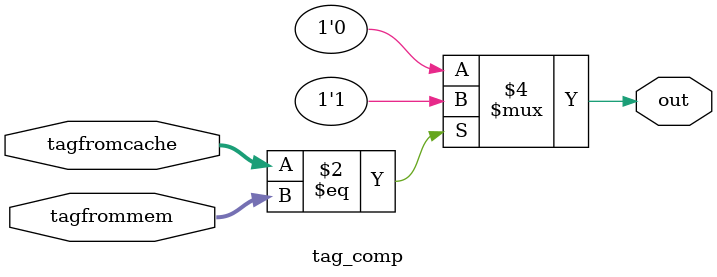
<source format=sv>
module tag_comp #(parameter width = 9)
(
	input [width-1:0] tagfromcache,
	input [width-1:0] tagfrommem,
	output logic out
);

always_comb
begin 
		if(tagfromcache == tagfrommem)
		out = 1;
		
		else
		out = 0;
end

endmodule : tag_comp
</source>
